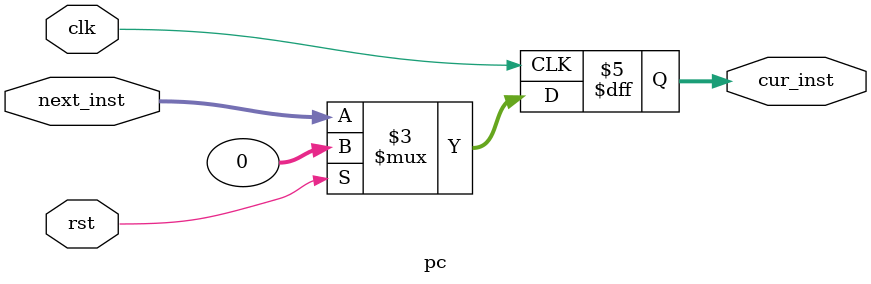
<source format=v>
/*
the pc is simply a register with reset
*/

module pc(
    input [31:0] next_inst,
    input clk,
    input rst,
    output reg [31:0] cur_inst
);

always @ (posedge clk) begin
    if (rst) 
        cur_inst <= 32'b0;
    else 
        cur_inst <= next_inst;
end

endmodule
</source>
